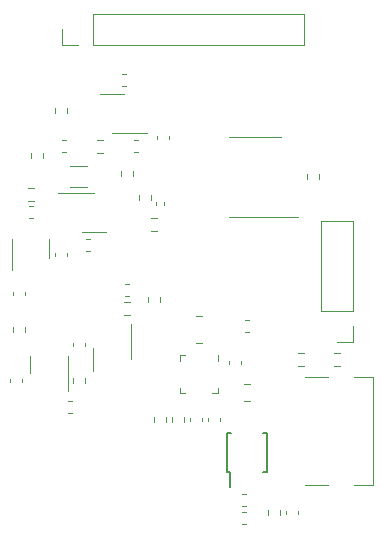
<source format=gbr>
%TF.GenerationSoftware,KiCad,Pcbnew,7.99.0-950-gc4668c1d3a*%
%TF.CreationDate,2023-05-05T13:14:56+08:00*%
%TF.ProjectId,HeartRateMonitor,48656172-7452-4617-9465-4d6f6e69746f,rev?*%
%TF.SameCoordinates,Original*%
%TF.FileFunction,Legend,Top*%
%TF.FilePolarity,Positive*%
%FSLAX46Y46*%
G04 Gerber Fmt 4.6, Leading zero omitted, Abs format (unit mm)*
G04 Created by KiCad (PCBNEW 7.99.0-950-gc4668c1d3a) date 2023-05-05 13:14:56*
%MOMM*%
%LPD*%
G01*
G04 APERTURE LIST*
%ADD10C,0.120000*%
%ADD11C,0.150000*%
G04 APERTURE END LIST*
D10*
%TO.C,R17*%
X107712742Y-111237500D02*
X108187258Y-111237500D01*
X107712742Y-112282500D02*
X108187258Y-112282500D01*
%TO.C,R2*%
X125205258Y-129271500D02*
X124730742Y-129271500D01*
X125205258Y-130316500D02*
X124730742Y-130316500D01*
%TO.C,C12*%
X107074580Y-119632000D02*
X106793420Y-119632000D01*
X107074580Y-120652000D02*
X106793420Y-120652000D01*
%TO.C,C9*%
X101967420Y-116838000D02*
X102248580Y-116838000D01*
X101967420Y-117858000D02*
X102248580Y-117858000D01*
%TO.C,J2*%
X126686000Y-125720000D02*
X126686000Y-118040000D01*
X129346000Y-118040000D02*
X126686000Y-118040000D01*
X129346000Y-125720000D02*
X126686000Y-125720000D01*
X129346000Y-125720000D02*
X129346000Y-118040000D01*
X129346000Y-126990000D02*
X129346000Y-128320000D01*
X129346000Y-128320000D02*
X128016000Y-128320000D01*
%TO.C,C14*%
X112774000Y-110857420D02*
X112774000Y-111138580D01*
X113794000Y-110857420D02*
X113794000Y-111138580D01*
%TO.C,C10*%
X104138000Y-121044580D02*
X104138000Y-120763420D01*
X105158000Y-121044580D02*
X105158000Y-120763420D01*
%TO.C,C17*%
X104761420Y-111250000D02*
X105042580Y-111250000D01*
X104761420Y-112270000D02*
X105042580Y-112270000D01*
%TO.C,J3*%
X104780000Y-103184000D02*
X104780000Y-101854000D01*
X106110000Y-103184000D02*
X104780000Y-103184000D01*
X107380000Y-100524000D02*
X125220000Y-100524000D01*
X107380000Y-103184000D02*
X107380000Y-100524000D01*
X107380000Y-103184000D02*
X125220000Y-103184000D01*
X125220000Y-103184000D02*
X125220000Y-100524000D01*
%TO.C,C21*%
X105460748Y-113390000D02*
X106883252Y-113390000D01*
X105460748Y-115210000D02*
X106883252Y-115210000D01*
%TO.C,R8*%
X125461500Y-114062742D02*
X125461500Y-114537258D01*
X126506500Y-114062742D02*
X126506500Y-114537258D01*
%TO.C,R19*%
X104125500Y-108949258D02*
X104125500Y-108474742D01*
X105170500Y-108949258D02*
X105170500Y-108474742D01*
%TO.C,C1*%
X123696000Y-142607420D02*
X123696000Y-142888580D01*
X124716000Y-142607420D02*
X124716000Y-142888580D01*
%TO.C,C15*%
X110857420Y-111250000D02*
X111138580Y-111250000D01*
X110857420Y-112270000D02*
X111138580Y-112270000D01*
%TO.C,C20*%
X105269420Y-133348000D02*
X105550580Y-133348000D01*
X105269420Y-134368000D02*
X105550580Y-134368000D01*
%TO.C,C22*%
X112670000Y-116478164D02*
X112670000Y-116693836D01*
X113390000Y-116478164D02*
X113390000Y-116693836D01*
%TO.C,R16*%
X109713500Y-114283258D02*
X109713500Y-113808742D01*
X110758500Y-114283258D02*
X110758500Y-113808742D01*
%TO.C,U2*%
X107442000Y-115728000D02*
X104442000Y-115728000D01*
X108442000Y-118968000D02*
X106442000Y-118968000D01*
%TO.C,C11*%
X100582000Y-124078420D02*
X100582000Y-124359580D01*
X101602000Y-124078420D02*
X101602000Y-124359580D01*
%TO.C,U5*%
X100548000Y-120396000D02*
X100548000Y-119596000D01*
X100548000Y-120396000D02*
X100548000Y-122196000D01*
X103668000Y-120396000D02*
X103668000Y-119596000D01*
X103668000Y-120396000D02*
X103668000Y-121196000D01*
%TO.C,L1*%
X116593252Y-126144000D02*
X116070748Y-126144000D01*
X116593252Y-128364000D02*
X116070748Y-128364000D01*
%TO.C,R18*%
X102093500Y-112759258D02*
X102093500Y-112284742D01*
X103138500Y-112759258D02*
X103138500Y-112284742D01*
%TO.C,U3*%
X114722000Y-129454000D02*
X115197000Y-129454000D01*
X114722000Y-129929000D02*
X114722000Y-129454000D01*
X114722000Y-132199000D02*
X114722000Y-132674000D01*
X114722000Y-132674000D02*
X115197000Y-132674000D01*
X117942000Y-129929000D02*
X117942000Y-129454000D01*
X117942000Y-132199000D02*
X117942000Y-132674000D01*
X117942000Y-132674000D02*
X117467000Y-132674000D01*
%TO.C,U11*%
X107346000Y-130794000D02*
X107346000Y-128794000D01*
X110586000Y-129794000D02*
X110586000Y-126794000D01*
%TO.C,R25*%
X112284742Y-117841500D02*
X112759258Y-117841500D01*
X112284742Y-118886500D02*
X112759258Y-118886500D01*
%TO.C,C7*%
X120255420Y-126490000D02*
X120536580Y-126490000D01*
X120255420Y-127510000D02*
X120536580Y-127510000D01*
%TO.C,R4*%
X112507500Y-134636742D02*
X112507500Y-135111258D01*
X113552500Y-134636742D02*
X113552500Y-135111258D01*
%TO.C,C5*%
X118870000Y-130188580D02*
X118870000Y-129907420D01*
X119890000Y-130188580D02*
X119890000Y-129907420D01*
%TO.C,C18*%
X105662000Y-128677580D02*
X105662000Y-128396420D01*
X106682000Y-128677580D02*
X106682000Y-128396420D01*
%TO.C,R13*%
X109998742Y-124953500D02*
X110473258Y-124953500D01*
X109998742Y-125998500D02*
X110473258Y-125998500D01*
%TO.C,F1*%
X120654578Y-131878000D02*
X120137422Y-131878000D01*
X120654578Y-133298000D02*
X120137422Y-133298000D01*
%TO.C,C16*%
X109841420Y-105662000D02*
X110122580Y-105662000D01*
X109841420Y-106682000D02*
X110122580Y-106682000D01*
%TO.C,J1*%
X127281940Y-131318000D02*
X125354080Y-131318000D01*
X127281940Y-140462000D02*
X125354080Y-140462000D01*
X129453640Y-131318000D02*
X131064000Y-131318000D01*
X129453640Y-131318000D02*
X131064000Y-131318000D01*
X129453640Y-140462000D02*
X131064000Y-140462000D01*
X131064000Y-140462000D02*
X131064000Y-131318000D01*
%TO.C,C8*%
X110095420Y-123442000D02*
X110376580Y-123442000D01*
X110095420Y-124462000D02*
X110376580Y-124462000D01*
%TO.C,R22*%
X105649500Y-131334742D02*
X105649500Y-131809258D01*
X106694500Y-131334742D02*
X106694500Y-131809258D01*
D11*
%TO.C,U1*%
X118721000Y-135993000D02*
X119021000Y-135993000D01*
X118721000Y-139343000D02*
X118721000Y-135993000D01*
X118721000Y-139343000D02*
X118946000Y-139343000D01*
X118946000Y-139343000D02*
X118946000Y-140568000D01*
X122071000Y-135993000D02*
X121771000Y-135993000D01*
X122071000Y-139343000D02*
X121771000Y-139343000D01*
X122071000Y-139343000D02*
X122071000Y-135993000D01*
D10*
%TO.C,R20*%
X100569500Y-127016742D02*
X100569500Y-127491258D01*
X101614500Y-127016742D02*
X101614500Y-127491258D01*
%TO.C,U4*%
X121089500Y-110926000D02*
X118889500Y-110926000D01*
X121089500Y-110926000D02*
X123289500Y-110926000D01*
X121089500Y-117696000D02*
X118889500Y-117696000D01*
X121089500Y-117696000D02*
X124689500Y-117696000D01*
%TO.C,R1*%
X127778742Y-129271500D02*
X128253258Y-129271500D01*
X127778742Y-130316500D02*
X128253258Y-130316500D01*
%TO.C,C4*%
X117092000Y-134733420D02*
X117092000Y-135014580D01*
X118112000Y-134733420D02*
X118112000Y-135014580D01*
%TO.C,R3*%
X122159500Y-142985258D02*
X122159500Y-142510742D01*
X123204500Y-142985258D02*
X123204500Y-142510742D01*
%TO.C,R14*%
X102345258Y-115301500D02*
X101870742Y-115301500D01*
X102345258Y-116346500D02*
X101870742Y-116346500D01*
%TO.C,C3*%
X120001420Y-141222000D02*
X120282580Y-141222000D01*
X120001420Y-142242000D02*
X120282580Y-142242000D01*
%TO.C,C2*%
X120282580Y-142746000D02*
X120001420Y-142746000D01*
X120282580Y-143766000D02*
X120001420Y-143766000D01*
%TO.C,U9*%
X101994000Y-130966000D02*
X101994000Y-129466000D01*
X105214000Y-132466000D02*
X105214000Y-129466000D01*
%TO.C,R21*%
X111999500Y-124476742D02*
X111999500Y-124951258D01*
X113044500Y-124476742D02*
X113044500Y-124951258D01*
%TO.C,R5*%
X114031500Y-135111258D02*
X114031500Y-134636742D01*
X115076500Y-135111258D02*
X115076500Y-134636742D01*
%TO.C,R26*%
X111237500Y-115840742D02*
X111237500Y-116315258D01*
X112282500Y-115840742D02*
X112282500Y-116315258D01*
%TO.C,C19*%
X100328000Y-131431420D02*
X100328000Y-131712580D01*
X101348000Y-131431420D02*
X101348000Y-131712580D01*
%TO.C,U6*%
X107966000Y-107346000D02*
X109966000Y-107346000D01*
X108966000Y-110586000D02*
X111966000Y-110586000D01*
%TO.C,C6*%
X115568000Y-134733420D02*
X115568000Y-135014580D01*
X116588000Y-134733420D02*
X116588000Y-135014580D01*
%TD*%
M02*

</source>
